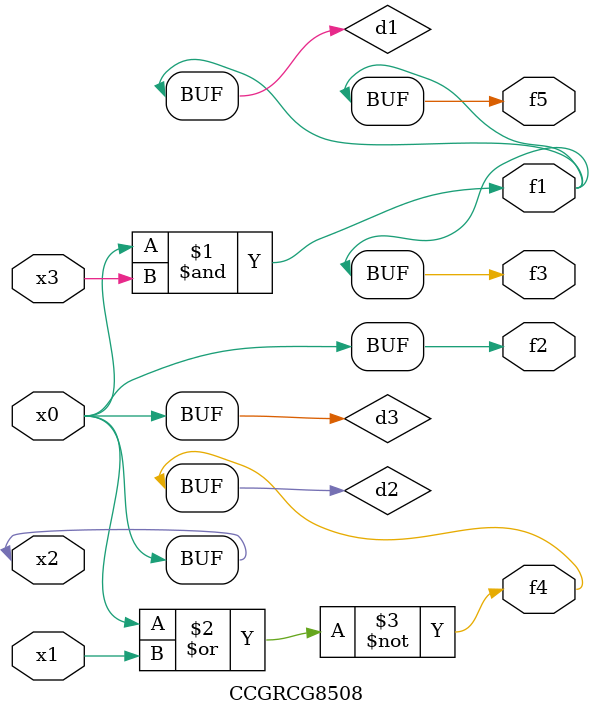
<source format=v>
module CCGRCG8508(
	input x0, x1, x2, x3,
	output f1, f2, f3, f4, f5
);

	wire d1, d2, d3;

	and (d1, x2, x3);
	nor (d2, x0, x1);
	buf (d3, x0, x2);
	assign f1 = d1;
	assign f2 = d3;
	assign f3 = d1;
	assign f4 = d2;
	assign f5 = d1;
endmodule

</source>
